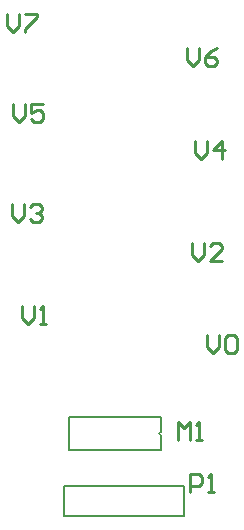
<source format=gto>
%FSLAX44Y44*%
%MOMM*%
G71*
G01*
G75*
G04 Layer_Color=65535*
%ADD10R,0.7250X0.7000*%
%ADD11R,0.9000X0.8000*%
%ADD12R,0.6000X1.3500*%
%ADD13R,0.4000X1.3500*%
%ADD14C,0.2000*%
%ADD15C,1.5000*%
%ADD16R,1.5000X1.5000*%
%ADD17C,0.6000*%
%ADD18C,0.2540*%
D14*
X647140Y858835D02*
G03*
X647140Y855585I0J-1625D01*
G01*
X666750Y787400D02*
Y812800D01*
X565150Y787400D02*
X666750D01*
X565150Y812800D02*
X666750D01*
X565150Y787400D02*
Y812800D01*
X569140Y871360D02*
X647140D01*
X569140Y843060D02*
Y871360D01*
Y843060D02*
X647140D01*
Y855585D01*
Y858835D02*
Y871360D01*
D18*
X529590Y965195D02*
Y955038D01*
X534668Y949960D01*
X539747Y955038D01*
Y965195D01*
X544825Y949960D02*
X549903D01*
X547364D01*
Y965195D01*
X544825Y962656D01*
X685800Y941065D02*
Y930908D01*
X690878Y925830D01*
X695957Y930908D01*
Y941065D01*
X701035Y938526D02*
X703574Y941065D01*
X708653D01*
X711192Y938526D01*
Y928369D01*
X708653Y925830D01*
X703574D01*
X701035Y928369D01*
Y938526D01*
X671830Y807720D02*
Y822955D01*
X679447D01*
X681987Y820416D01*
Y815338D01*
X679447Y812798D01*
X671830D01*
X687065Y807720D02*
X692143D01*
X689604D01*
Y822955D01*
X687065Y820416D01*
X673100Y1018535D02*
Y1008378D01*
X678178Y1003300D01*
X683257Y1008378D01*
Y1018535D01*
X698492Y1003300D02*
X688335D01*
X698492Y1013457D01*
Y1015996D01*
X695953Y1018535D01*
X690874D01*
X688335Y1015996D01*
X521000Y1051555D02*
Y1041398D01*
X526078Y1036320D01*
X531157Y1041398D01*
Y1051555D01*
X536235Y1049016D02*
X538774Y1051555D01*
X543853D01*
X546392Y1049016D01*
Y1046477D01*
X543853Y1043938D01*
X541313D01*
X543853D01*
X546392Y1041398D01*
Y1038859D01*
X543853Y1036320D01*
X538774D01*
X536235Y1038859D01*
X521970Y1136645D02*
Y1126488D01*
X527048Y1121410D01*
X532127Y1126488D01*
Y1136645D01*
X547362D02*
X537205D01*
Y1129027D01*
X542283Y1131567D01*
X544823D01*
X547362Y1129027D01*
Y1123949D01*
X544823Y1121410D01*
X539744D01*
X537205Y1123949D01*
X516890Y1212845D02*
Y1202688D01*
X521968Y1197610D01*
X527047Y1202688D01*
Y1212845D01*
X532125D02*
X542282D01*
Y1210306D01*
X532125Y1200149D01*
Y1197610D01*
X669290Y1183635D02*
Y1173478D01*
X674368Y1168400D01*
X679447Y1173478D01*
Y1183635D01*
X694682D02*
X689603Y1181096D01*
X684525Y1176018D01*
Y1170939D01*
X687064Y1168400D01*
X692143D01*
X694682Y1170939D01*
Y1173478D01*
X692143Y1176018D01*
X684525D01*
X675640Y1104895D02*
Y1094738D01*
X680718Y1089660D01*
X685797Y1094738D01*
Y1104895D01*
X698493Y1089660D02*
Y1104895D01*
X690875Y1097278D01*
X701032D01*
X661670Y852170D02*
Y867405D01*
X666748Y862327D01*
X671827Y867405D01*
Y852170D01*
X676905D02*
X681983D01*
X679444D01*
Y867405D01*
X676905Y864866D01*
M02*

</source>
